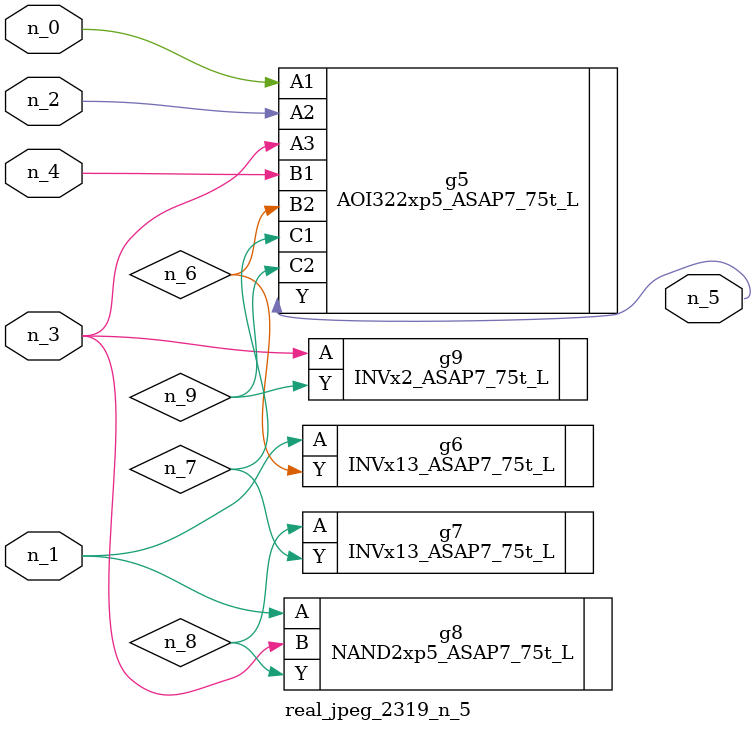
<source format=v>
module real_jpeg_2319_n_5 (n_4, n_0, n_1, n_2, n_3, n_5);

input n_4;
input n_0;
input n_1;
input n_2;
input n_3;

output n_5;

wire n_8;
wire n_6;
wire n_7;
wire n_9;

AOI322xp5_ASAP7_75t_L g5 ( 
.A1(n_0),
.A2(n_2),
.A3(n_3),
.B1(n_4),
.B2(n_6),
.C1(n_7),
.C2(n_9),
.Y(n_5)
);

INVx13_ASAP7_75t_L g6 ( 
.A(n_1),
.Y(n_6)
);

NAND2xp5_ASAP7_75t_L g8 ( 
.A(n_1),
.B(n_3),
.Y(n_8)
);

INVx2_ASAP7_75t_L g9 ( 
.A(n_3),
.Y(n_9)
);

INVx13_ASAP7_75t_L g7 ( 
.A(n_8),
.Y(n_7)
);


endmodule
</source>
